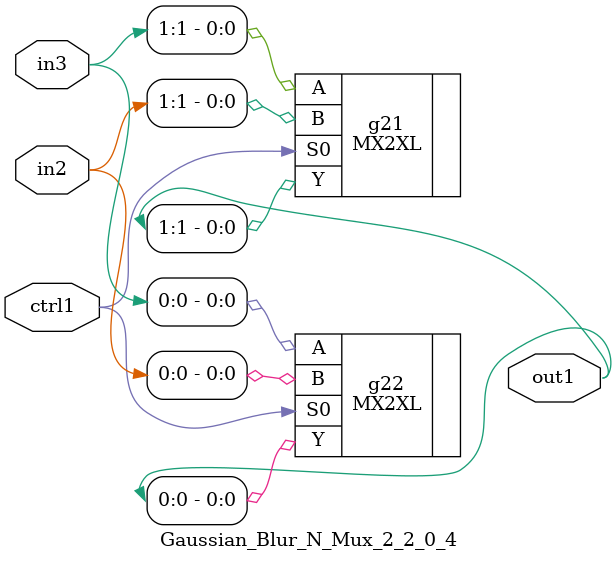
<source format=v>
`timescale 1ps / 1ps


module Gaussian_Blur_N_Mux_2_2_0_4(in3, in2, ctrl1, out1);
  input [1:0] in3, in2;
  input ctrl1;
  output [1:0] out1;
  wire [1:0] in3, in2;
  wire ctrl1;
  wire [1:0] out1;
  MX2XL g21(.A (in3[1]), .B (in2[1]), .S0 (ctrl1), .Y (out1[1]));
  MX2XL g22(.A (in3[0]), .B (in2[0]), .S0 (ctrl1), .Y (out1[0]));
endmodule


</source>
